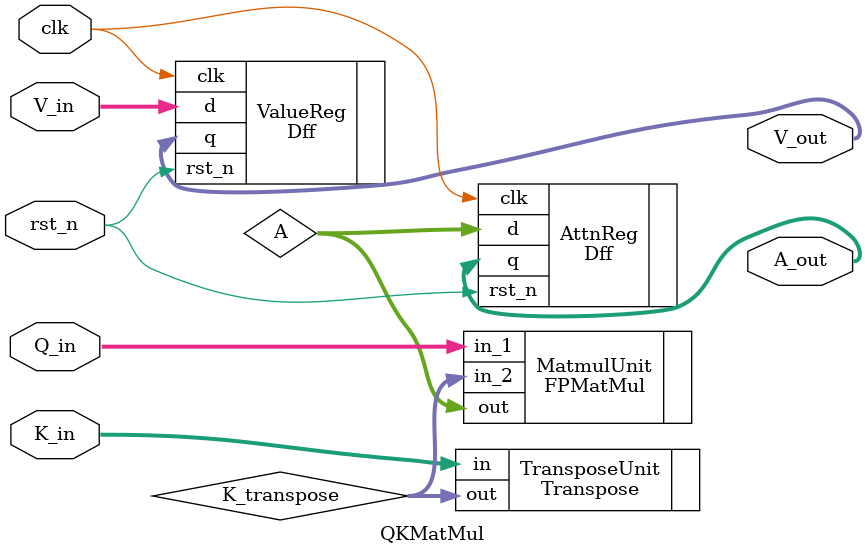
<source format=v>

`include "FPMatMul.v"
`include "Dff.v"
`include "Transpose.v"

module QKMatMul#(
  parameter DATA_WIDTH = 16,
  parameter TOKEN_DIM = 4,
  parameter TOKEN_NUM = 8
)(
  input clk,
  input rst_n,

  input [DATA_WIDTH * TOKEN_DIM * TOKEN_NUM - 1 : 0] Q_in,
  input [DATA_WIDTH * TOKEN_DIM * TOKEN_NUM - 1 : 0] K_in,
  input [DATA_WIDTH * TOKEN_DIM * TOKEN_NUM - 1 : 0] V_in,

  output [DATA_WIDTH * TOKEN_NUM * TOKEN_NUM - 1 : 0] A_out,
  output [DATA_WIDTH * TOKEN_DIM * TOKEN_NUM - 1 : 0] V_out
);

wire [DATA_WIDTH * TOKEN_DIM * TOKEN_NUM - 1 : 0] K_transpose;
wire [DATA_WIDTH * TOKEN_NUM * TOKEN_NUM - 1 : 0] A;

 
Transpose#(
  .DATA_WIDTH(DATA_WIDTH),
  .ROW_IN(TOKEN_NUM),
  .COL_IN(TOKEN_DIM)
) TransposeUnit(
  .in(K_in),
  .out(K_transpose)
);

FPMatMul#(
  .INPUT_DATA_WIDTH(DATA_WIDTH),
  .OUTPUT_DATA_WIDTH(DATA_WIDTH),
  .ROW_1(TOKEN_NUM),
  .COL_1(TOKEN_DIM),
  .ROW_2(TOKEN_DIM),
  .COL_2(TOKEN_NUM)
) MatmulUnit(
  .in_1(Q_in),
  .in_2(K_transpose),
  .out(A)
);

Dff#(
  .DATA_WIDTH(DATA_WIDTH * TOKEN_NUM * TOKEN_NUM)
) AttnReg(
  .clk(clk),
  .rst_n(rst_n),

  .d(A),
  .q(A_out)
);

Dff#(
  .DATA_WIDTH(DATA_WIDTH * TOKEN_DIM * TOKEN_NUM)
) ValueReg(
  .clk(clk),
  .rst_n(rst_n),

  .d(V_in),
  .q(V_out)
);





endmodule
</source>
